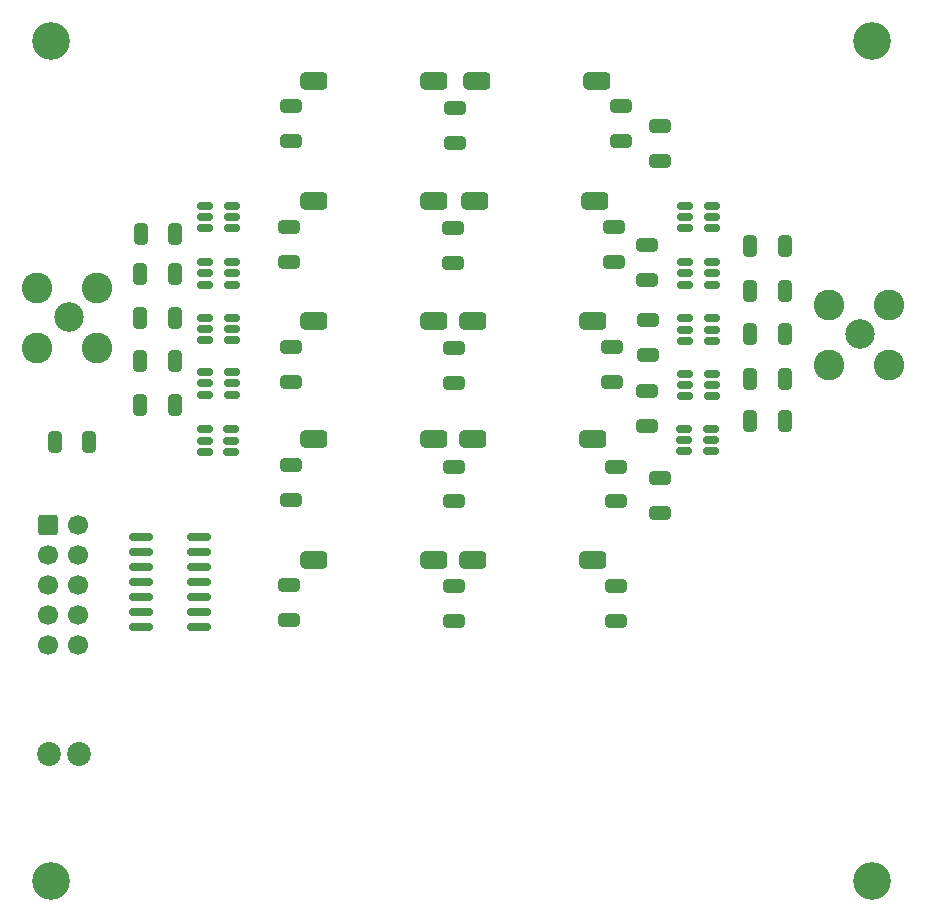
<source format=gts>
G04 #@! TF.GenerationSoftware,KiCad,Pcbnew,7.0.10*
G04 #@! TF.CreationDate,2024-02-19T16:33:24-05:00*
G04 #@! TF.ProjectId,sdt_lpf,7364745f-6c70-4662-9e6b-696361645f70,rev?*
G04 #@! TF.SameCoordinates,PX62de0f0PY8af5bb0*
G04 #@! TF.FileFunction,Soldermask,Top*
G04 #@! TF.FilePolarity,Negative*
%FSLAX46Y46*%
G04 Gerber Fmt 4.6, Leading zero omitted, Abs format (unit mm)*
G04 Created by KiCad (PCBNEW 7.0.10) date 2024-02-19 16:33:24*
%MOMM*%
%LPD*%
G01*
G04 APERTURE LIST*
G04 Aperture macros list*
%AMRoundRect*
0 Rectangle with rounded corners*
0 $1 Rounding radius*
0 $2 $3 $4 $5 $6 $7 $8 $9 X,Y pos of 4 corners*
0 Add a 4 corners polygon primitive as box body*
4,1,4,$2,$3,$4,$5,$6,$7,$8,$9,$2,$3,0*
0 Add four circle primitives for the rounded corners*
1,1,$1+$1,$2,$3*
1,1,$1+$1,$4,$5*
1,1,$1+$1,$6,$7*
1,1,$1+$1,$8,$9*
0 Add four rect primitives between the rounded corners*
20,1,$1+$1,$2,$3,$4,$5,0*
20,1,$1+$1,$4,$5,$6,$7,0*
20,1,$1+$1,$6,$7,$8,$9,0*
20,1,$1+$1,$8,$9,$2,$3,0*%
G04 Aperture macros list end*
%ADD10RoundRect,0.150000X0.512500X0.150000X-0.512500X0.150000X-0.512500X-0.150000X0.512500X-0.150000X0*%
%ADD11RoundRect,0.250000X-0.650000X0.325000X-0.650000X-0.325000X0.650000X-0.325000X0.650000X0.325000X0*%
%ADD12RoundRect,0.150000X-0.512500X-0.150000X0.512500X-0.150000X0.512500X0.150000X-0.512500X0.150000X0*%
%ADD13RoundRect,0.381000X-0.762000X-0.381000X0.762000X-0.381000X0.762000X0.381000X-0.762000X0.381000X0*%
%ADD14C,2.020000*%
%ADD15RoundRect,0.250000X0.325000X0.650000X-0.325000X0.650000X-0.325000X-0.650000X0.325000X-0.650000X0*%
%ADD16RoundRect,0.250000X-0.325000X-0.650000X0.325000X-0.650000X0.325000X0.650000X-0.325000X0.650000X0*%
%ADD17C,3.200000*%
%ADD18C,2.600000*%
%ADD19C,2.500000*%
%ADD20RoundRect,0.250000X-0.600000X-0.600000X0.600000X-0.600000X0.600000X0.600000X-0.600000X0.600000X0*%
%ADD21C,1.700000*%
%ADD22RoundRect,0.150000X-0.825000X-0.150000X0.825000X-0.150000X0.825000X0.150000X-0.825000X0.150000X0*%
%ADD23RoundRect,0.250000X0.650000X-0.325000X0.650000X0.325000X-0.650000X0.325000X-0.650000X-0.325000X0*%
G04 APERTURE END LIST*
D10*
X55900000Y55300000D03*
X55900000Y56250000D03*
X55900000Y57200000D03*
X53625000Y57200000D03*
X53625000Y56250000D03*
X53625000Y55300000D03*
D11*
X34020000Y55275000D03*
X34020000Y52325000D03*
D10*
X55950000Y50500000D03*
X55950000Y51450000D03*
X55950000Y52400000D03*
X53675000Y52400000D03*
X53675000Y51450000D03*
X53675000Y50500000D03*
D12*
X13000000Y43100000D03*
X13000000Y42150000D03*
X13000000Y41200000D03*
X15275000Y41200000D03*
X15275000Y42150000D03*
X15275000Y43100000D03*
D11*
X34200000Y65475000D03*
X34200000Y62525000D03*
D13*
X22278000Y27200000D03*
X32438000Y27200000D03*
X35900000Y57600000D03*
X46060000Y57600000D03*
D11*
X34100000Y35100000D03*
X34100000Y32150000D03*
D14*
X2300000Y10800000D03*
X-240000Y10800000D03*
D11*
X47800000Y24970000D03*
X47800000Y22020000D03*
D15*
X3225000Y37200000D03*
X275000Y37200000D03*
D16*
X59150000Y42500000D03*
X62100000Y42500000D03*
D17*
X-50000Y71150000D03*
D10*
X55950000Y45750000D03*
X55950000Y46700000D03*
X55950000Y47650000D03*
X53675000Y47650000D03*
X53675000Y46700000D03*
X53675000Y45750000D03*
D12*
X13000000Y47700000D03*
X13000000Y46750000D03*
X13000000Y45800000D03*
X15275000Y45800000D03*
X15275000Y46750000D03*
X15275000Y47700000D03*
D13*
X35724000Y27200000D03*
X45884000Y27200000D03*
D16*
X59150000Y50000000D03*
X62100000Y50000000D03*
D13*
X22220000Y57600000D03*
X32380000Y57600000D03*
D11*
X50450000Y53850000D03*
X50450000Y50900000D03*
X48200000Y65600000D03*
X48200000Y62650000D03*
D13*
X22278000Y37440000D03*
X32438000Y37440000D03*
D17*
X69500000Y71100000D03*
D11*
X20100000Y25075000D03*
X20100000Y22125000D03*
X34100000Y24970000D03*
X34100000Y22020000D03*
D16*
X7550000Y54800000D03*
X10500000Y54800000D03*
X7525000Y40300000D03*
X10475000Y40300000D03*
D18*
X-1180000Y50200000D03*
X-1180000Y45120000D03*
X3900000Y50200000D03*
X3900000Y45120000D03*
D19*
X1460000Y47735000D03*
D11*
X20300000Y35200000D03*
X20300000Y32250000D03*
D16*
X59125000Y53800000D03*
X62075000Y53800000D03*
X7525000Y44000000D03*
X10475000Y44000000D03*
D11*
X20300000Y65600000D03*
X20300000Y62650000D03*
X34100000Y45150000D03*
X34100000Y42200000D03*
X47650000Y55375000D03*
X47650000Y52425000D03*
D13*
X35724000Y37440000D03*
X45884000Y37440000D03*
D20*
X-250000Y30130000D03*
D21*
X2290000Y30130000D03*
X-250000Y27590000D03*
X2290000Y27590000D03*
X-250000Y25050000D03*
X2290000Y25050000D03*
X-250000Y22510000D03*
X2290000Y22510000D03*
X-250000Y19970000D03*
X2290000Y19970000D03*
D18*
X65800000Y48800000D03*
X65800000Y43720000D03*
X70880000Y48800000D03*
X70880000Y43720000D03*
D19*
X68440000Y46335000D03*
D10*
X55950000Y41050000D03*
X55950000Y42000000D03*
X55950000Y42950000D03*
X53675000Y42950000D03*
X53675000Y42000000D03*
X53675000Y41050000D03*
D22*
X7588800Y29150000D03*
X7588800Y27880000D03*
X7588800Y26610000D03*
X7588800Y25340000D03*
X7588800Y24070000D03*
X7588800Y22800000D03*
X7588800Y21530000D03*
X12538800Y21530000D03*
X12538800Y22800000D03*
X12538800Y24070000D03*
X12538800Y25340000D03*
X12538800Y26610000D03*
X12538800Y27880000D03*
X12538800Y29150000D03*
D12*
X13000000Y52400000D03*
X13000000Y51450000D03*
X13000000Y50500000D03*
X15275000Y50500000D03*
X15275000Y51450000D03*
X15275000Y52400000D03*
D11*
X51550000Y63900000D03*
X51550000Y60950000D03*
D13*
X22278000Y47450000D03*
X32438000Y47450000D03*
D17*
X69500000Y0D03*
D13*
X35724000Y47450000D03*
X45884000Y47450000D03*
D23*
X51500000Y31175000D03*
X51500000Y34125000D03*
D11*
X47500000Y45250000D03*
X47500000Y42300000D03*
X20300000Y45200000D03*
X20300000Y42250000D03*
D13*
X36000000Y67770000D03*
X46160000Y67770000D03*
X22278000Y67770000D03*
X32438000Y67770000D03*
D11*
X20100000Y55400000D03*
X20100000Y52450000D03*
D17*
X0Y0D03*
D11*
X47800000Y35100000D03*
X47800000Y32150000D03*
D12*
X12975000Y38250000D03*
X12975000Y37300000D03*
X12975000Y36350000D03*
X15250000Y36350000D03*
X15250000Y37300000D03*
X15250000Y38250000D03*
D16*
X7525000Y51400000D03*
X10475000Y51400000D03*
X59125000Y39000000D03*
X62075000Y39000000D03*
D23*
X50500000Y44575000D03*
X50500000Y47525000D03*
D16*
X59150000Y46300000D03*
X62100000Y46300000D03*
D10*
X55875000Y36400000D03*
X55875000Y37350000D03*
X55875000Y38300000D03*
X53600000Y38300000D03*
X53600000Y37350000D03*
X53600000Y36400000D03*
D23*
X50400000Y38525000D03*
X50400000Y41475000D03*
D12*
X13000000Y57200000D03*
X13000000Y56250000D03*
X13000000Y55300000D03*
X15275000Y55300000D03*
X15275000Y56250000D03*
X15275000Y57200000D03*
D16*
X7525000Y47700000D03*
X10475000Y47700000D03*
M02*

</source>
